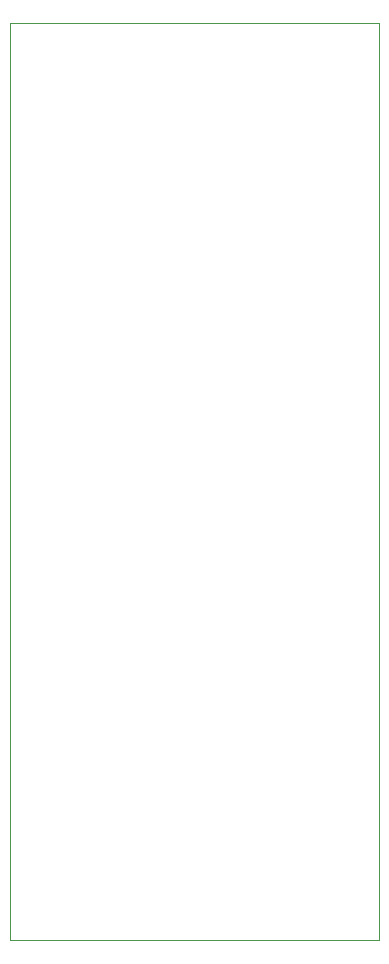
<source format=gbr>
G04 (created by PCBNEW (2013-07-07 BZR 4022)-stable) date 12/18/2014 6:53:03 AM*
%MOIN*%
G04 Gerber Fmt 3.4, Leading zero omitted, Abs format*
%FSLAX34Y34*%
G01*
G70*
G90*
G04 APERTURE LIST*
%ADD10C,0.00590551*%
%ADD11C,0.00393701*%
G04 APERTURE END LIST*
G54D10*
G54D11*
X84560Y-42040D02*
X72250Y-42040D01*
X72250Y-72620D02*
X72250Y-42040D01*
X84560Y-72620D02*
X72250Y-72620D01*
X84560Y-42040D02*
X84560Y-72620D01*
M02*

</source>
